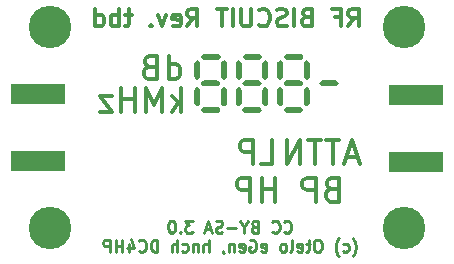
<source format=gbr>
%TF.GenerationSoftware,KiCad,Pcbnew,6.0.6*%
%TF.CreationDate,2022-08-30T17:07:56+02:00*%
%TF.ProjectId,rf_biscuit,72665f62-6973-4637-9569-742e6b696361,rev?*%
%TF.SameCoordinates,Original*%
%TF.FileFunction,Soldermask,Bot*%
%TF.FilePolarity,Negative*%
%FSLAX46Y46*%
G04 Gerber Fmt 4.6, Leading zero omitted, Abs format (unit mm)*
G04 Created by KiCad (PCBNEW 6.0.6) date 2022-08-30 17:07:56*
%MOMM*%
%LPD*%
G01*
G04 APERTURE LIST*
G04 Aperture macros list*
%AMRoundRect*
0 Rectangle with rounded corners*
0 $1 Rounding radius*
0 $2 $3 $4 $5 $6 $7 $8 $9 X,Y pos of 4 corners*
0 Add a 4 corners polygon primitive as box body*
4,1,4,$2,$3,$4,$5,$6,$7,$8,$9,$2,$3,0*
0 Add four circle primitives for the rounded corners*
1,1,$1+$1,$2,$3*
1,1,$1+$1,$4,$5*
1,1,$1+$1,$6,$7*
1,1,$1+$1,$8,$9*
0 Add four rect primitives between the rounded corners*
20,1,$1+$1,$2,$3,$4,$5,0*
20,1,$1+$1,$4,$5,$6,$7,0*
20,1,$1+$1,$6,$7,$8,$9,0*
20,1,$1+$1,$8,$9,$2,$3,0*%
G04 Aperture macros list end*
%ADD10C,0.300000*%
%ADD11C,0.250000*%
%ADD12RoundRect,0.200000X2.100000X-0.675000X2.100000X0.675000X-2.100000X0.675000X-2.100000X-0.675000X0*%
%ADD13RoundRect,0.200000X-2.100000X0.675000X-2.100000X-0.675000X2.100000X-0.675000X2.100000X0.675000X0*%
%ADD14C,3.600000*%
G04 APERTURE END LIST*
D10*
X41071428Y-87904761D02*
X41071428Y-85904761D01*
X41071428Y-87809523D02*
X41261904Y-87904761D01*
X41642857Y-87904761D01*
X41833333Y-87809523D01*
X41928571Y-87714285D01*
X42023809Y-87523809D01*
X42023809Y-86952380D01*
X41928571Y-86761904D01*
X41833333Y-86666666D01*
X41642857Y-86571428D01*
X41261904Y-86571428D01*
X41071428Y-86666666D01*
X39452380Y-86857142D02*
X39166666Y-86952380D01*
X39071428Y-87047619D01*
X38976190Y-87238095D01*
X38976190Y-87523809D01*
X39071428Y-87714285D01*
X39166666Y-87809523D01*
X39357142Y-87904761D01*
X40119047Y-87904761D01*
X40119047Y-85904761D01*
X39452380Y-85904761D01*
X39261904Y-86000000D01*
X39166666Y-86095238D01*
X39071428Y-86285714D01*
X39071428Y-86476190D01*
X39166666Y-86666666D01*
X39261904Y-86761904D01*
X39452380Y-86857142D01*
X40119047Y-86857142D01*
D11*
X50845238Y-100802142D02*
X50892857Y-100849761D01*
X51035714Y-100897380D01*
X51130952Y-100897380D01*
X51273809Y-100849761D01*
X51369047Y-100754523D01*
X51416666Y-100659285D01*
X51464285Y-100468809D01*
X51464285Y-100325952D01*
X51416666Y-100135476D01*
X51369047Y-100040238D01*
X51273809Y-99945000D01*
X51130952Y-99897380D01*
X51035714Y-99897380D01*
X50892857Y-99945000D01*
X50845238Y-99992619D01*
X49845238Y-100802142D02*
X49892857Y-100849761D01*
X50035714Y-100897380D01*
X50130952Y-100897380D01*
X50273809Y-100849761D01*
X50369047Y-100754523D01*
X50416666Y-100659285D01*
X50464285Y-100468809D01*
X50464285Y-100325952D01*
X50416666Y-100135476D01*
X50369047Y-100040238D01*
X50273809Y-99945000D01*
X50130952Y-99897380D01*
X50035714Y-99897380D01*
X49892857Y-99945000D01*
X49845238Y-99992619D01*
X48321428Y-100373571D02*
X48178571Y-100421190D01*
X48130952Y-100468809D01*
X48083333Y-100564047D01*
X48083333Y-100706904D01*
X48130952Y-100802142D01*
X48178571Y-100849761D01*
X48273809Y-100897380D01*
X48654761Y-100897380D01*
X48654761Y-99897380D01*
X48321428Y-99897380D01*
X48226190Y-99945000D01*
X48178571Y-99992619D01*
X48130952Y-100087857D01*
X48130952Y-100183095D01*
X48178571Y-100278333D01*
X48226190Y-100325952D01*
X48321428Y-100373571D01*
X48654761Y-100373571D01*
X47464285Y-100421190D02*
X47464285Y-100897380D01*
X47797619Y-99897380D02*
X47464285Y-100421190D01*
X47130952Y-99897380D01*
X46797619Y-100516428D02*
X46035714Y-100516428D01*
X45607142Y-100849761D02*
X45464285Y-100897380D01*
X45226190Y-100897380D01*
X45130952Y-100849761D01*
X45083333Y-100802142D01*
X45035714Y-100706904D01*
X45035714Y-100611666D01*
X45083333Y-100516428D01*
X45130952Y-100468809D01*
X45226190Y-100421190D01*
X45416666Y-100373571D01*
X45511904Y-100325952D01*
X45559523Y-100278333D01*
X45607142Y-100183095D01*
X45607142Y-100087857D01*
X45559523Y-99992619D01*
X45511904Y-99945000D01*
X45416666Y-99897380D01*
X45178571Y-99897380D01*
X45035714Y-99945000D01*
X44654761Y-100611666D02*
X44178571Y-100611666D01*
X44750000Y-100897380D02*
X44416666Y-99897380D01*
X44083333Y-100897380D01*
X43083333Y-99897380D02*
X42464285Y-99897380D01*
X42797619Y-100278333D01*
X42654761Y-100278333D01*
X42559523Y-100325952D01*
X42511904Y-100373571D01*
X42464285Y-100468809D01*
X42464285Y-100706904D01*
X42511904Y-100802142D01*
X42559523Y-100849761D01*
X42654761Y-100897380D01*
X42940476Y-100897380D01*
X43035714Y-100849761D01*
X43083333Y-100802142D01*
X42035714Y-100802142D02*
X41988095Y-100849761D01*
X42035714Y-100897380D01*
X42083333Y-100849761D01*
X42035714Y-100802142D01*
X42035714Y-100897380D01*
X41369047Y-99897380D02*
X41273809Y-99897380D01*
X41178571Y-99945000D01*
X41130952Y-99992619D01*
X41083333Y-100087857D01*
X41035714Y-100278333D01*
X41035714Y-100516428D01*
X41083333Y-100706904D01*
X41130952Y-100802142D01*
X41178571Y-100849761D01*
X41273809Y-100897380D01*
X41369047Y-100897380D01*
X41464285Y-100849761D01*
X41511904Y-100802142D01*
X41559523Y-100706904D01*
X41607142Y-100516428D01*
X41607142Y-100278333D01*
X41559523Y-100087857D01*
X41511904Y-99992619D01*
X41464285Y-99945000D01*
X41369047Y-99897380D01*
X56630952Y-102888333D02*
X56678571Y-102840714D01*
X56773809Y-102697857D01*
X56821428Y-102602619D01*
X56869047Y-102459761D01*
X56916666Y-102221666D01*
X56916666Y-102031190D01*
X56869047Y-101793095D01*
X56821428Y-101650238D01*
X56773809Y-101555000D01*
X56678571Y-101412142D01*
X56630952Y-101364523D01*
X55821428Y-102459761D02*
X55916666Y-102507380D01*
X56107142Y-102507380D01*
X56202380Y-102459761D01*
X56250000Y-102412142D01*
X56297619Y-102316904D01*
X56297619Y-102031190D01*
X56250000Y-101935952D01*
X56202380Y-101888333D01*
X56107142Y-101840714D01*
X55916666Y-101840714D01*
X55821428Y-101888333D01*
X55488095Y-102888333D02*
X55440476Y-102840714D01*
X55345238Y-102697857D01*
X55297619Y-102602619D01*
X55250000Y-102459761D01*
X55202380Y-102221666D01*
X55202380Y-102031190D01*
X55250000Y-101793095D01*
X55297619Y-101650238D01*
X55345238Y-101555000D01*
X55440476Y-101412142D01*
X55488095Y-101364523D01*
X53773809Y-101507380D02*
X53583333Y-101507380D01*
X53488095Y-101555000D01*
X53392857Y-101650238D01*
X53345238Y-101840714D01*
X53345238Y-102174047D01*
X53392857Y-102364523D01*
X53488095Y-102459761D01*
X53583333Y-102507380D01*
X53773809Y-102507380D01*
X53869047Y-102459761D01*
X53964285Y-102364523D01*
X54011904Y-102174047D01*
X54011904Y-101840714D01*
X53964285Y-101650238D01*
X53869047Y-101555000D01*
X53773809Y-101507380D01*
X53059523Y-101840714D02*
X52678571Y-101840714D01*
X52916666Y-101507380D02*
X52916666Y-102364523D01*
X52869047Y-102459761D01*
X52773809Y-102507380D01*
X52678571Y-102507380D01*
X51964285Y-102459761D02*
X52059523Y-102507380D01*
X52250000Y-102507380D01*
X52345238Y-102459761D01*
X52392857Y-102364523D01*
X52392857Y-101983571D01*
X52345238Y-101888333D01*
X52250000Y-101840714D01*
X52059523Y-101840714D01*
X51964285Y-101888333D01*
X51916666Y-101983571D01*
X51916666Y-102078809D01*
X52392857Y-102174047D01*
X51345238Y-102507380D02*
X51440476Y-102459761D01*
X51488095Y-102364523D01*
X51488095Y-101507380D01*
X50821428Y-102507380D02*
X50916666Y-102459761D01*
X50964285Y-102412142D01*
X51011904Y-102316904D01*
X51011904Y-102031190D01*
X50964285Y-101935952D01*
X50916666Y-101888333D01*
X50821428Y-101840714D01*
X50678571Y-101840714D01*
X50583333Y-101888333D01*
X50535714Y-101935952D01*
X50488095Y-102031190D01*
X50488095Y-102316904D01*
X50535714Y-102412142D01*
X50583333Y-102459761D01*
X50678571Y-102507380D01*
X50821428Y-102507380D01*
X48916666Y-102459761D02*
X49011904Y-102507380D01*
X49202380Y-102507380D01*
X49297619Y-102459761D01*
X49345238Y-102364523D01*
X49345238Y-101983571D01*
X49297619Y-101888333D01*
X49202380Y-101840714D01*
X49011904Y-101840714D01*
X48916666Y-101888333D01*
X48869047Y-101983571D01*
X48869047Y-102078809D01*
X49345238Y-102174047D01*
X47916666Y-101555000D02*
X48011904Y-101507380D01*
X48154761Y-101507380D01*
X48297619Y-101555000D01*
X48392857Y-101650238D01*
X48440476Y-101745476D01*
X48488095Y-101935952D01*
X48488095Y-102078809D01*
X48440476Y-102269285D01*
X48392857Y-102364523D01*
X48297619Y-102459761D01*
X48154761Y-102507380D01*
X48059523Y-102507380D01*
X47916666Y-102459761D01*
X47869047Y-102412142D01*
X47869047Y-102078809D01*
X48059523Y-102078809D01*
X47059523Y-102459761D02*
X47154761Y-102507380D01*
X47345238Y-102507380D01*
X47440476Y-102459761D01*
X47488095Y-102364523D01*
X47488095Y-101983571D01*
X47440476Y-101888333D01*
X47345238Y-101840714D01*
X47154761Y-101840714D01*
X47059523Y-101888333D01*
X47011904Y-101983571D01*
X47011904Y-102078809D01*
X47488095Y-102174047D01*
X46583333Y-101840714D02*
X46583333Y-102507380D01*
X46583333Y-101935952D02*
X46535714Y-101888333D01*
X46440476Y-101840714D01*
X46297619Y-101840714D01*
X46202380Y-101888333D01*
X46154761Y-101983571D01*
X46154761Y-102507380D01*
X45630952Y-102459761D02*
X45630952Y-102507380D01*
X45678571Y-102602619D01*
X45726190Y-102650238D01*
X44440476Y-102507380D02*
X44440476Y-101507380D01*
X44011904Y-102507380D02*
X44011904Y-101983571D01*
X44059523Y-101888333D01*
X44154761Y-101840714D01*
X44297619Y-101840714D01*
X44392857Y-101888333D01*
X44440476Y-101935952D01*
X43535714Y-101840714D02*
X43535714Y-102507380D01*
X43535714Y-101935952D02*
X43488095Y-101888333D01*
X43392857Y-101840714D01*
X43250000Y-101840714D01*
X43154761Y-101888333D01*
X43107142Y-101983571D01*
X43107142Y-102507380D01*
X42202380Y-102459761D02*
X42297619Y-102507380D01*
X42488095Y-102507380D01*
X42583333Y-102459761D01*
X42630952Y-102412142D01*
X42678571Y-102316904D01*
X42678571Y-102031190D01*
X42630952Y-101935952D01*
X42583333Y-101888333D01*
X42488095Y-101840714D01*
X42297619Y-101840714D01*
X42202380Y-101888333D01*
X41773809Y-102507380D02*
X41773809Y-101507380D01*
X41345238Y-102507380D02*
X41345238Y-101983571D01*
X41392857Y-101888333D01*
X41488095Y-101840714D01*
X41630952Y-101840714D01*
X41726190Y-101888333D01*
X41773809Y-101935952D01*
X40107142Y-102507380D02*
X40107142Y-101507380D01*
X39869047Y-101507380D01*
X39726190Y-101555000D01*
X39630952Y-101650238D01*
X39583333Y-101745476D01*
X39535714Y-101935952D01*
X39535714Y-102078809D01*
X39583333Y-102269285D01*
X39630952Y-102364523D01*
X39726190Y-102459761D01*
X39869047Y-102507380D01*
X40107142Y-102507380D01*
X38535714Y-102412142D02*
X38583333Y-102459761D01*
X38726190Y-102507380D01*
X38821428Y-102507380D01*
X38964285Y-102459761D01*
X39059523Y-102364523D01*
X39107142Y-102269285D01*
X39154761Y-102078809D01*
X39154761Y-101935952D01*
X39107142Y-101745476D01*
X39059523Y-101650238D01*
X38964285Y-101555000D01*
X38821428Y-101507380D01*
X38726190Y-101507380D01*
X38583333Y-101555000D01*
X38535714Y-101602619D01*
X37678571Y-101840714D02*
X37678571Y-102507380D01*
X37916666Y-101459761D02*
X38154761Y-102174047D01*
X37535714Y-102174047D01*
X37154761Y-102507380D02*
X37154761Y-101507380D01*
X37154761Y-101983571D02*
X36583333Y-101983571D01*
X36583333Y-102507380D02*
X36583333Y-101507380D01*
X36107142Y-102507380D02*
X36107142Y-101507380D01*
X35726190Y-101507380D01*
X35630952Y-101555000D01*
X35583333Y-101602619D01*
X35535714Y-101697857D01*
X35535714Y-101840714D01*
X35583333Y-101935952D01*
X35630952Y-101983571D01*
X35726190Y-102031190D01*
X36107142Y-102031190D01*
D10*
X42083333Y-90654761D02*
X42083333Y-88654761D01*
X41892857Y-89892857D02*
X41321428Y-90654761D01*
X41321428Y-89321428D02*
X42083333Y-90083333D01*
X40464285Y-90654761D02*
X40464285Y-88654761D01*
X39797619Y-90083333D01*
X39130952Y-88654761D01*
X39130952Y-90654761D01*
X38178571Y-90654761D02*
X38178571Y-88654761D01*
X38178571Y-89607142D02*
X37035714Y-89607142D01*
X37035714Y-90654761D02*
X37035714Y-88654761D01*
X36273809Y-89321428D02*
X35226190Y-89321428D01*
X36273809Y-90654761D01*
X35226190Y-90654761D01*
X57047619Y-94473333D02*
X56095238Y-94473333D01*
X57238095Y-95044761D02*
X56571428Y-93044761D01*
X55904761Y-95044761D01*
X55523809Y-93044761D02*
X54380952Y-93044761D01*
X54952380Y-95044761D02*
X54952380Y-93044761D01*
X54000000Y-93044761D02*
X52857142Y-93044761D01*
X53428571Y-95044761D02*
X53428571Y-93044761D01*
X52190476Y-95044761D02*
X52190476Y-93044761D01*
X51047619Y-95044761D01*
X51047619Y-93044761D01*
X54857142Y-97217142D02*
X54571428Y-97312380D01*
X54476190Y-97407619D01*
X54380952Y-97598095D01*
X54380952Y-97883809D01*
X54476190Y-98074285D01*
X54571428Y-98169523D01*
X54761904Y-98264761D01*
X55523809Y-98264761D01*
X55523809Y-96264761D01*
X54857142Y-96264761D01*
X54666666Y-96360000D01*
X54571428Y-96455238D01*
X54476190Y-96645714D01*
X54476190Y-96836190D01*
X54571428Y-97026666D01*
X54666666Y-97121904D01*
X54857142Y-97217142D01*
X55523809Y-97217142D01*
X53523809Y-98264761D02*
X53523809Y-96264761D01*
X52761904Y-96264761D01*
X52571428Y-96360000D01*
X52476190Y-96455238D01*
X52380952Y-96645714D01*
X52380952Y-96931428D01*
X52476190Y-97121904D01*
X52571428Y-97217142D01*
X52761904Y-97312380D01*
X53523809Y-97312380D01*
X56285714Y-83428571D02*
X56785714Y-82714285D01*
X57142857Y-83428571D02*
X57142857Y-81928571D01*
X56571428Y-81928571D01*
X56428571Y-82000000D01*
X56357142Y-82071428D01*
X56285714Y-82214285D01*
X56285714Y-82428571D01*
X56357142Y-82571428D01*
X56428571Y-82642857D01*
X56571428Y-82714285D01*
X57142857Y-82714285D01*
X55142857Y-82642857D02*
X55642857Y-82642857D01*
X55642857Y-83428571D02*
X55642857Y-81928571D01*
X54928571Y-81928571D01*
X52714285Y-82642857D02*
X52500000Y-82714285D01*
X52428571Y-82785714D01*
X52357142Y-82928571D01*
X52357142Y-83142857D01*
X52428571Y-83285714D01*
X52500000Y-83357142D01*
X52642857Y-83428571D01*
X53214285Y-83428571D01*
X53214285Y-81928571D01*
X52714285Y-81928571D01*
X52571428Y-82000000D01*
X52500000Y-82071428D01*
X52428571Y-82214285D01*
X52428571Y-82357142D01*
X52500000Y-82500000D01*
X52571428Y-82571428D01*
X52714285Y-82642857D01*
X53214285Y-82642857D01*
X51714285Y-83428571D02*
X51714285Y-81928571D01*
X51071428Y-83357142D02*
X50857142Y-83428571D01*
X50500000Y-83428571D01*
X50357142Y-83357142D01*
X50285714Y-83285714D01*
X50214285Y-83142857D01*
X50214285Y-83000000D01*
X50285714Y-82857142D01*
X50357142Y-82785714D01*
X50500000Y-82714285D01*
X50785714Y-82642857D01*
X50928571Y-82571428D01*
X51000000Y-82500000D01*
X51071428Y-82357142D01*
X51071428Y-82214285D01*
X51000000Y-82071428D01*
X50928571Y-82000000D01*
X50785714Y-81928571D01*
X50428571Y-81928571D01*
X50214285Y-82000000D01*
X48714285Y-83285714D02*
X48785714Y-83357142D01*
X49000000Y-83428571D01*
X49142857Y-83428571D01*
X49357142Y-83357142D01*
X49500000Y-83214285D01*
X49571428Y-83071428D01*
X49642857Y-82785714D01*
X49642857Y-82571428D01*
X49571428Y-82285714D01*
X49500000Y-82142857D01*
X49357142Y-82000000D01*
X49142857Y-81928571D01*
X49000000Y-81928571D01*
X48785714Y-82000000D01*
X48714285Y-82071428D01*
X48071428Y-81928571D02*
X48071428Y-83142857D01*
X48000000Y-83285714D01*
X47928571Y-83357142D01*
X47785714Y-83428571D01*
X47500000Y-83428571D01*
X47357142Y-83357142D01*
X47285714Y-83285714D01*
X47214285Y-83142857D01*
X47214285Y-81928571D01*
X46500000Y-83428571D02*
X46500000Y-81928571D01*
X46000000Y-81928571D02*
X45142857Y-81928571D01*
X45571428Y-83428571D02*
X45571428Y-81928571D01*
X42642857Y-83428571D02*
X43142857Y-82714285D01*
X43500000Y-83428571D02*
X43500000Y-81928571D01*
X42928571Y-81928571D01*
X42785714Y-82000000D01*
X42714285Y-82071428D01*
X42642857Y-82214285D01*
X42642857Y-82428571D01*
X42714285Y-82571428D01*
X42785714Y-82642857D01*
X42928571Y-82714285D01*
X43500000Y-82714285D01*
X41428571Y-83357142D02*
X41571428Y-83428571D01*
X41857142Y-83428571D01*
X42000000Y-83357142D01*
X42071428Y-83214285D01*
X42071428Y-82642857D01*
X42000000Y-82500000D01*
X41857142Y-82428571D01*
X41571428Y-82428571D01*
X41428571Y-82500000D01*
X41357142Y-82642857D01*
X41357142Y-82785714D01*
X42071428Y-82928571D01*
X40857142Y-82428571D02*
X40500000Y-83428571D01*
X40142857Y-82428571D01*
X39571428Y-83285714D02*
X39500000Y-83357142D01*
X39571428Y-83428571D01*
X39642857Y-83357142D01*
X39571428Y-83285714D01*
X39571428Y-83428571D01*
X37928571Y-82428571D02*
X37357142Y-82428571D01*
X37714285Y-81928571D02*
X37714285Y-83214285D01*
X37642857Y-83357142D01*
X37500000Y-83428571D01*
X37357142Y-83428571D01*
X36857142Y-83428571D02*
X36857142Y-81928571D01*
X36857142Y-82500000D02*
X36714285Y-82428571D01*
X36428571Y-82428571D01*
X36285714Y-82500000D01*
X36214285Y-82571428D01*
X36142857Y-82714285D01*
X36142857Y-83142857D01*
X36214285Y-83285714D01*
X36285714Y-83357142D01*
X36428571Y-83428571D01*
X36714285Y-83428571D01*
X36857142Y-83357142D01*
X34857142Y-83428571D02*
X34857142Y-81928571D01*
X34857142Y-83357142D02*
X35000000Y-83428571D01*
X35285714Y-83428571D01*
X35428571Y-83357142D01*
X35500000Y-83285714D01*
X35571428Y-83142857D01*
X35571428Y-82714285D01*
X35500000Y-82571428D01*
X35428571Y-82500000D01*
X35285714Y-82428571D01*
X35000000Y-82428571D01*
X34857142Y-82500000D01*
X48880952Y-95044761D02*
X49833333Y-95044761D01*
X49833333Y-93044761D01*
X48214285Y-95044761D02*
X48214285Y-93044761D01*
X47452380Y-93044761D01*
X47261904Y-93140000D01*
X47166666Y-93235238D01*
X47071428Y-93425714D01*
X47071428Y-93711428D01*
X47166666Y-93901904D01*
X47261904Y-93997142D01*
X47452380Y-94092380D01*
X48214285Y-94092380D01*
X50071428Y-98264761D02*
X50071428Y-96264761D01*
X50071428Y-97217142D02*
X48928571Y-97217142D01*
X48928571Y-98264761D02*
X48928571Y-96264761D01*
X47976190Y-98264761D02*
X47976190Y-96264761D01*
X47214285Y-96264761D01*
X47023809Y-96360000D01*
X46928571Y-96455238D01*
X46833333Y-96645714D01*
X46833333Y-96931428D01*
X46928571Y-97121904D01*
X47023809Y-97217142D01*
X47214285Y-97312380D01*
X47976190Y-97312380D01*
D12*
%TO.C,P2*%
X62000000Y-89275000D03*
X62000000Y-94925000D03*
%TD*%
D13*
%TO.C,P1*%
X30000000Y-94825000D03*
X30000000Y-89175000D03*
%TD*%
D14*
%TO.C,H4*%
X31000000Y-83500000D03*
%TD*%
%TO.C,H3*%
X31000000Y-100500000D03*
%TD*%
%TO.C,H2*%
X61000000Y-83500000D03*
%TD*%
%TO.C,H1*%
X61000000Y-100500000D03*
%TD*%
G36*
X45265931Y-88020002D02*
G01*
X45286905Y-88036905D01*
X45410905Y-88160905D01*
X45444931Y-88223217D01*
X45439866Y-88294032D01*
X45410905Y-88339095D01*
X45286905Y-88463095D01*
X45224593Y-88497121D01*
X45197810Y-88500000D01*
X44052190Y-88500000D01*
X43984069Y-88479998D01*
X43963095Y-88463095D01*
X43839095Y-88339095D01*
X43805069Y-88276783D01*
X43810134Y-88205968D01*
X43839095Y-88160905D01*
X43963095Y-88036905D01*
X44025407Y-88002879D01*
X44052190Y-88000000D01*
X45197810Y-88000000D01*
X45265931Y-88020002D01*
G37*
G36*
X43544032Y-88560134D02*
G01*
X43589095Y-88589095D01*
X43713095Y-88713095D01*
X43747121Y-88775407D01*
X43750000Y-88802190D01*
X43750000Y-89947810D01*
X43729998Y-90015931D01*
X43713095Y-90036905D01*
X43589095Y-90160905D01*
X43526783Y-90194931D01*
X43455968Y-90189866D01*
X43410905Y-90160905D01*
X43286905Y-90036905D01*
X43252879Y-89974593D01*
X43250000Y-89947810D01*
X43250000Y-88802190D01*
X43270002Y-88734069D01*
X43286905Y-88713095D01*
X43410905Y-88589095D01*
X43473217Y-88555069D01*
X43544032Y-88560134D01*
G37*
G36*
X45794032Y-88559116D02*
G01*
X45839095Y-88588077D01*
X45963095Y-88712077D01*
X45997121Y-88774389D01*
X46000000Y-88801172D01*
X46000000Y-89946792D01*
X45979998Y-90014913D01*
X45963095Y-90035887D01*
X45839095Y-90159887D01*
X45776783Y-90193913D01*
X45705968Y-90188848D01*
X45660905Y-90159887D01*
X45536905Y-90035887D01*
X45502879Y-89973575D01*
X45500000Y-89946792D01*
X45500000Y-88801172D01*
X45520002Y-88733051D01*
X45536905Y-88712077D01*
X45660905Y-88588077D01*
X45723217Y-88554051D01*
X45794032Y-88559116D01*
G37*
G36*
X45794032Y-86310134D02*
G01*
X45839095Y-86339095D01*
X45963095Y-86463095D01*
X45997121Y-86525407D01*
X46000000Y-86552190D01*
X46000000Y-87697810D01*
X45979998Y-87765931D01*
X45963095Y-87786905D01*
X45839095Y-87910905D01*
X45776783Y-87944931D01*
X45705968Y-87939866D01*
X45660905Y-87910905D01*
X45536905Y-87786905D01*
X45502879Y-87724593D01*
X45500000Y-87697810D01*
X45500000Y-86552190D01*
X45520002Y-86484069D01*
X45536905Y-86463095D01*
X45660905Y-86339095D01*
X45723217Y-86305069D01*
X45794032Y-86310134D01*
G37*
G36*
X45265931Y-90270002D02*
G01*
X45286905Y-90286905D01*
X45410905Y-90410905D01*
X45444931Y-90473217D01*
X45439866Y-90544032D01*
X45410905Y-90589095D01*
X45286905Y-90713095D01*
X45224593Y-90747121D01*
X45197810Y-90750000D01*
X44052190Y-90750000D01*
X43984069Y-90729998D01*
X43963095Y-90713095D01*
X43839095Y-90589095D01*
X43805069Y-90526783D01*
X43810134Y-90455968D01*
X43839095Y-90410905D01*
X43963095Y-90286905D01*
X44025407Y-90252879D01*
X44052190Y-90250000D01*
X45197810Y-90250000D01*
X45265931Y-90270002D01*
G37*
G36*
X45292516Y-85770002D02*
G01*
X45313490Y-85786905D01*
X45437490Y-85910905D01*
X45471516Y-85973217D01*
X45466451Y-86044032D01*
X45437490Y-86089095D01*
X45313490Y-86213095D01*
X45251178Y-86247121D01*
X45224395Y-86250000D01*
X44078775Y-86250000D01*
X44010654Y-86229998D01*
X43989680Y-86213095D01*
X43865680Y-86089095D01*
X43831654Y-86026783D01*
X43836719Y-85955968D01*
X43865680Y-85910905D01*
X43989680Y-85786905D01*
X44051992Y-85752879D01*
X44078775Y-85750000D01*
X45224395Y-85750000D01*
X45292516Y-85770002D01*
G37*
G36*
X47044032Y-88560134D02*
G01*
X47089095Y-88589095D01*
X47213095Y-88713095D01*
X47247121Y-88775407D01*
X47250000Y-88802190D01*
X47250000Y-89947810D01*
X47229998Y-90015931D01*
X47213095Y-90036905D01*
X47089095Y-90160905D01*
X47026783Y-90194931D01*
X46955968Y-90189866D01*
X46910905Y-90160905D01*
X46786905Y-90036905D01*
X46752879Y-89974593D01*
X46750000Y-89947810D01*
X46750000Y-88802190D01*
X46770002Y-88734069D01*
X46786905Y-88713095D01*
X46910905Y-88589095D01*
X46973217Y-88555069D01*
X47044032Y-88560134D01*
G37*
G36*
X49294032Y-88559116D02*
G01*
X49339095Y-88588077D01*
X49463095Y-88712077D01*
X49497121Y-88774389D01*
X49500000Y-88801172D01*
X49500000Y-89946792D01*
X49479998Y-90014913D01*
X49463095Y-90035887D01*
X49339095Y-90159887D01*
X49276783Y-90193913D01*
X49205968Y-90188848D01*
X49160905Y-90159887D01*
X49036905Y-90035887D01*
X49002879Y-89973575D01*
X49000000Y-89946792D01*
X49000000Y-88801172D01*
X49020002Y-88733051D01*
X49036905Y-88712077D01*
X49160905Y-88588077D01*
X49223217Y-88554051D01*
X49294032Y-88559116D01*
G37*
G36*
X49294032Y-86310134D02*
G01*
X49339095Y-86339095D01*
X49463095Y-86463095D01*
X49497121Y-86525407D01*
X49500000Y-86552190D01*
X49500000Y-87697810D01*
X49479998Y-87765931D01*
X49463095Y-87786905D01*
X49339095Y-87910905D01*
X49276783Y-87944931D01*
X49205968Y-87939866D01*
X49160905Y-87910905D01*
X49036905Y-87786905D01*
X49002879Y-87724593D01*
X49000000Y-87697810D01*
X49000000Y-86552190D01*
X49020002Y-86484069D01*
X49036905Y-86463095D01*
X49160905Y-86339095D01*
X49223217Y-86305069D01*
X49294032Y-86310134D01*
G37*
G36*
X48765931Y-90270002D02*
G01*
X48786905Y-90286905D01*
X48910905Y-90410905D01*
X48944931Y-90473217D01*
X48939866Y-90544032D01*
X48910905Y-90589095D01*
X48786905Y-90713095D01*
X48724593Y-90747121D01*
X48697810Y-90750000D01*
X47552190Y-90750000D01*
X47484069Y-90729998D01*
X47463095Y-90713095D01*
X47339095Y-90589095D01*
X47305069Y-90526783D01*
X47310134Y-90455968D01*
X47339095Y-90410905D01*
X47463095Y-90286905D01*
X47525407Y-90252879D01*
X47552190Y-90250000D01*
X48697810Y-90250000D01*
X48765931Y-90270002D01*
G37*
G36*
X48765931Y-88020002D02*
G01*
X48786905Y-88036905D01*
X48910905Y-88160905D01*
X48944931Y-88223217D01*
X48939866Y-88294032D01*
X48910905Y-88339095D01*
X48786905Y-88463095D01*
X48724593Y-88497121D01*
X48697810Y-88500000D01*
X47552190Y-88500000D01*
X47484069Y-88479998D01*
X47463095Y-88463095D01*
X47339095Y-88339095D01*
X47305069Y-88276783D01*
X47310134Y-88205968D01*
X47339095Y-88160905D01*
X47463095Y-88036905D01*
X47525407Y-88002879D01*
X47552190Y-88000000D01*
X48697810Y-88000000D01*
X48765931Y-88020002D01*
G37*
G36*
X48792516Y-85770002D02*
G01*
X48813490Y-85786905D01*
X48937490Y-85910905D01*
X48971516Y-85973217D01*
X48966451Y-86044032D01*
X48937490Y-86089095D01*
X48813490Y-86213095D01*
X48751178Y-86247121D01*
X48724395Y-86250000D01*
X47578775Y-86250000D01*
X47510654Y-86229998D01*
X47489680Y-86213095D01*
X47365680Y-86089095D01*
X47331654Y-86026783D01*
X47336719Y-85955968D01*
X47365680Y-85910905D01*
X47489680Y-85786905D01*
X47551992Y-85752879D01*
X47578775Y-85750000D01*
X48724395Y-85750000D01*
X48792516Y-85770002D01*
G37*
G36*
X47044032Y-86310134D02*
G01*
X47089095Y-86339095D01*
X47213095Y-86463095D01*
X47247121Y-86525407D01*
X47250000Y-86552190D01*
X47250000Y-87697810D01*
X47229998Y-87765931D01*
X47213095Y-87786905D01*
X47089095Y-87910905D01*
X47026783Y-87944931D01*
X46955968Y-87939866D01*
X46910905Y-87910905D01*
X46786905Y-87786905D01*
X46752879Y-87724593D01*
X46750000Y-87697810D01*
X46750000Y-86552190D01*
X46770002Y-86484069D01*
X46786905Y-86463095D01*
X46910905Y-86339095D01*
X46973217Y-86305069D01*
X47044032Y-86310134D01*
G37*
G36*
X50544032Y-88560134D02*
G01*
X50589095Y-88589095D01*
X50713095Y-88713095D01*
X50747121Y-88775407D01*
X50750000Y-88802190D01*
X50750000Y-89947810D01*
X50729998Y-90015931D01*
X50713095Y-90036905D01*
X50589095Y-90160905D01*
X50526783Y-90194931D01*
X50455968Y-90189866D01*
X50410905Y-90160905D01*
X50286905Y-90036905D01*
X50252879Y-89974593D01*
X50250000Y-89947810D01*
X50250000Y-88802190D01*
X50270002Y-88734069D01*
X50286905Y-88713095D01*
X50410905Y-88589095D01*
X50473217Y-88555069D01*
X50544032Y-88560134D01*
G37*
G36*
X52794032Y-88559116D02*
G01*
X52839095Y-88588077D01*
X52963095Y-88712077D01*
X52997121Y-88774389D01*
X53000000Y-88801172D01*
X53000000Y-89946792D01*
X52979998Y-90014913D01*
X52963095Y-90035887D01*
X52839095Y-90159887D01*
X52776783Y-90193913D01*
X52705968Y-90188848D01*
X52660905Y-90159887D01*
X52536905Y-90035887D01*
X52502879Y-89973575D01*
X52500000Y-89946792D01*
X52500000Y-88801172D01*
X52520002Y-88733051D01*
X52536905Y-88712077D01*
X52660905Y-88588077D01*
X52723217Y-88554051D01*
X52794032Y-88559116D01*
G37*
G36*
X52794032Y-86310134D02*
G01*
X52839095Y-86339095D01*
X52963095Y-86463095D01*
X52997121Y-86525407D01*
X53000000Y-86552190D01*
X53000000Y-87697810D01*
X52979998Y-87765931D01*
X52963095Y-87786905D01*
X52839095Y-87910905D01*
X52776783Y-87944931D01*
X52705968Y-87939866D01*
X52660905Y-87910905D01*
X52536905Y-87786905D01*
X52502879Y-87724593D01*
X52500000Y-87697810D01*
X52500000Y-86552190D01*
X52520002Y-86484069D01*
X52536905Y-86463095D01*
X52660905Y-86339095D01*
X52723217Y-86305069D01*
X52794032Y-86310134D01*
G37*
G36*
X52265931Y-90270002D02*
G01*
X52286905Y-90286905D01*
X52410905Y-90410905D01*
X52444931Y-90473217D01*
X52439866Y-90544032D01*
X52410905Y-90589095D01*
X52286905Y-90713095D01*
X52224593Y-90747121D01*
X52197810Y-90750000D01*
X51052190Y-90750000D01*
X50984069Y-90729998D01*
X50963095Y-90713095D01*
X50839095Y-90589095D01*
X50805069Y-90526783D01*
X50810134Y-90455968D01*
X50839095Y-90410905D01*
X50963095Y-90286905D01*
X51025407Y-90252879D01*
X51052190Y-90250000D01*
X52197810Y-90250000D01*
X52265931Y-90270002D01*
G37*
G36*
X52265931Y-88020002D02*
G01*
X52286905Y-88036905D01*
X52410905Y-88160905D01*
X52444931Y-88223217D01*
X52439866Y-88294032D01*
X52410905Y-88339095D01*
X52286905Y-88463095D01*
X52224593Y-88497121D01*
X52197810Y-88500000D01*
X51052190Y-88500000D01*
X50984069Y-88479998D01*
X50963095Y-88463095D01*
X50839095Y-88339095D01*
X50805069Y-88276783D01*
X50810134Y-88205968D01*
X50839095Y-88160905D01*
X50963095Y-88036905D01*
X51025407Y-88002879D01*
X51052190Y-88000000D01*
X52197810Y-88000000D01*
X52265931Y-88020002D01*
G37*
G36*
X52292516Y-85770002D02*
G01*
X52313490Y-85786905D01*
X52437490Y-85910905D01*
X52471516Y-85973217D01*
X52466451Y-86044032D01*
X52437490Y-86089095D01*
X52313490Y-86213095D01*
X52251178Y-86247121D01*
X52224395Y-86250000D01*
X51078775Y-86250000D01*
X51010654Y-86229998D01*
X50989680Y-86213095D01*
X50865680Y-86089095D01*
X50831654Y-86026783D01*
X50836719Y-85955968D01*
X50865680Y-85910905D01*
X50989680Y-85786905D01*
X51051992Y-85752879D01*
X51078775Y-85750000D01*
X52224395Y-85750000D01*
X52292516Y-85770002D01*
G37*
G36*
X50544032Y-86310134D02*
G01*
X50589095Y-86339095D01*
X50713095Y-86463095D01*
X50747121Y-86525407D01*
X50750000Y-86552190D01*
X50750000Y-87697810D01*
X50729998Y-87765931D01*
X50713095Y-87786905D01*
X50589095Y-87910905D01*
X50526783Y-87944931D01*
X50455968Y-87939866D01*
X50410905Y-87910905D01*
X50286905Y-87786905D01*
X50252879Y-87724593D01*
X50250000Y-87697810D01*
X50250000Y-86552190D01*
X50270002Y-86484069D01*
X50286905Y-86463095D01*
X50410905Y-86339095D01*
X50473217Y-86305069D01*
X50544032Y-86310134D01*
G37*
G36*
X55265931Y-88020002D02*
G01*
X55286905Y-88036905D01*
X55410905Y-88160905D01*
X55444931Y-88223217D01*
X55439866Y-88294032D01*
X55410905Y-88339095D01*
X55286905Y-88463095D01*
X55224593Y-88497121D01*
X55197810Y-88500000D01*
X54052190Y-88500000D01*
X53984069Y-88479998D01*
X53963095Y-88463095D01*
X53839095Y-88339095D01*
X53805069Y-88276783D01*
X53810134Y-88205968D01*
X53839095Y-88160905D01*
X53963095Y-88036905D01*
X54025407Y-88002879D01*
X54052190Y-88000000D01*
X55197810Y-88000000D01*
X55265931Y-88020002D01*
G37*
G36*
X43544032Y-86310134D02*
G01*
X43589095Y-86339095D01*
X43713095Y-86463095D01*
X43747121Y-86525407D01*
X43750000Y-86552190D01*
X43750000Y-87697810D01*
X43729998Y-87765931D01*
X43713095Y-87786905D01*
X43589095Y-87910905D01*
X43526783Y-87944931D01*
X43455968Y-87939866D01*
X43410905Y-87910905D01*
X43286905Y-87786905D01*
X43252879Y-87724593D01*
X43250000Y-87697810D01*
X43250000Y-86552190D01*
X43270002Y-86484069D01*
X43286905Y-86463095D01*
X43410905Y-86339095D01*
X43473217Y-86305069D01*
X43544032Y-86310134D01*
G37*
M02*

</source>
